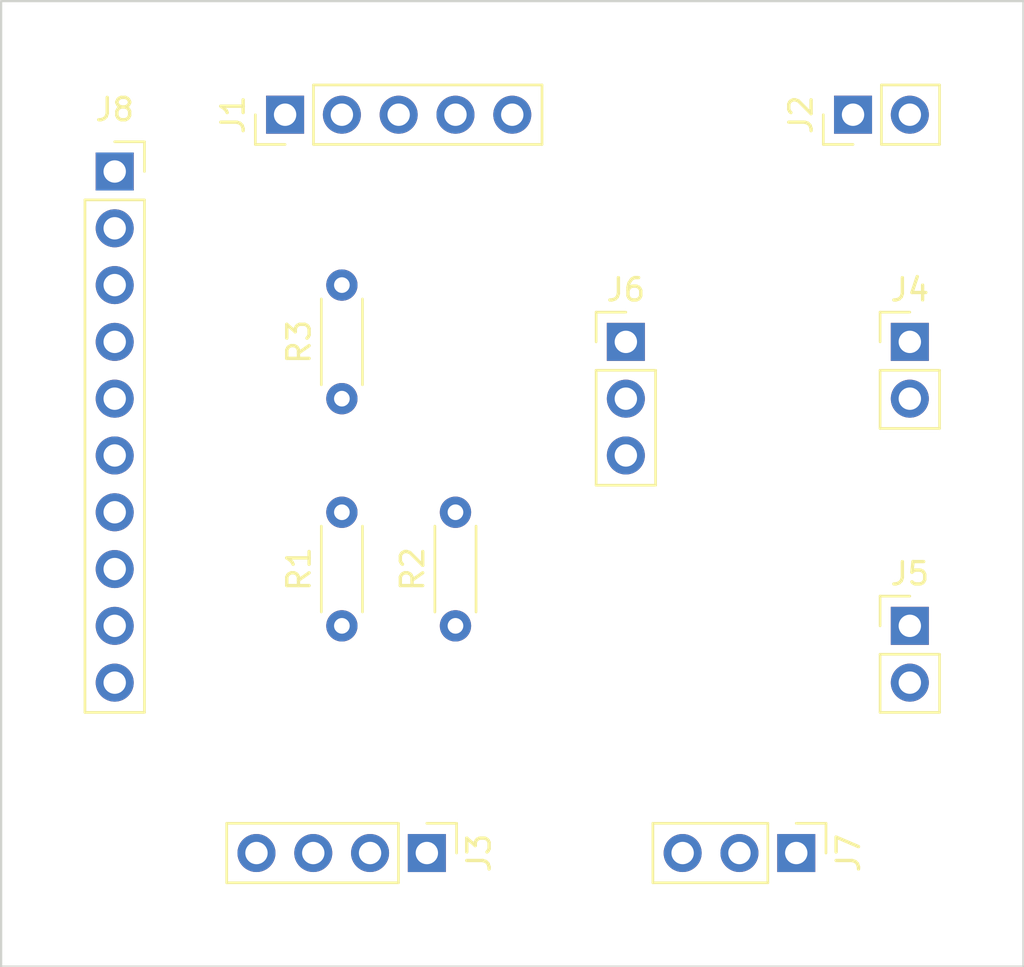
<source format=kicad_pcb>
(kicad_pcb (version 20211014) (generator pcbnew)
  (layers (0 "F.Cu" signal) (31 "B.Cu" signal) (34 "B.Paste" user) (35 "F.Paste" user) (36 "B.SilkS" user "B.Silkscreen") (37 "F.SilkS" user "F.Silkscreen") (38 "B.Mask" user) (39 "F.Mask" user) (44 "Edge.Cuts" user))
  (net 0 "")
  (net 1 "+5V")
  (net 2 "REL1")
  (net 3 "REL2")
  (net 4 "REL3")
  (net 5 "GND")
  (net 6 "SDA")
  (net 7 "SCL")
  (net 8 "SSHI")
  (net 9 "SSLO")
  (net 10 "SLDR")
  (net 11 "DQ")
  (footprint "Connector_PinHeader_2.54mm:PinHeader_1x03_P2.54mm_Vertical" (layer "F.Cu") (at 142.24 109.22 -90)
    (fp_text reference "J7" (at 0 -2.33 90) (layer "F.SilkS"))
    (fp_text value "termo_in")
    (fp_line (start 1.33 1.27) (end 1.33 6.41) (layer "F.SilkS") (width 0.12))
    (fp_line (start -1.33 1.27) (end 1.33 1.27) (layer "F.SilkS") (width 0.12))
    (fp_line (start -1.33 -1.33) (end 0 -1.33) (layer "F.SilkS") (width 0.12))
    (fp_line (start -1.33 0) (end -1.33 -1.33) (layer "F.SilkS") (width 0.12))
    (fp_line (start -1.33 1.27) (end -1.33 6.41) (layer "F.SilkS") (width 0.12))
    (fp_line (start -1.33 6.41) (end 1.33 6.41) (layer "F.SilkS") (width 0.12))
    (pad "1" thru_hole rect (at 0 0 270) (size 1.7 1.7) (drill 1) (layers *.Cu *.Mask) (net 1 "+5V"))
    (pad "2" thru_hole oval (at 0 2.54 270) (size 1.7 1.7) (drill 1) (layers *.Cu *.Mask) (net 11 "DQ"))
    (pad "3" thru_hole oval (at 0 5.08 270) (size 1.7 1.7) (drill 1) (layers *.Cu *.Mask) (net 5 "GND"))
  )
  (footprint "Connector_PinHeader_2.54mm:PinHeader_1x05_P2.54mm_Vertical" (layer "F.Cu") (at 119.38 76.2 90)
    (fp_text reference "J1" (at 0 -2.33 90) (layer "F.SilkS"))
    (fp_text value "salida_relay")
    (fp_line (start -1.33 1.27) (end -1.33 11.49) (layer "F.SilkS") (width 0.12))
    (fp_line (start -1.33 0) (end -1.33 -1.33) (layer "F.SilkS") (width 0.12))
    (fp_line (start 1.33 1.27) (end 1.33 11.49) (layer "F.SilkS") (width 0.12))
    (fp_line (start -1.33 1.27) (end 1.33 1.27) (layer "F.SilkS") (width 0.12))
    (fp_line (start -1.33 -1.33) (end 0 -1.33) (layer "F.SilkS") (width 0.12))
    (fp_line (start -1.33 11.49) (end 1.33 11.49) (layer "F.SilkS") (width 0.12))
    (pad "1" thru_hole rect (at 0 0 90) (size 1.7 1.7) (drill 1) (layers *.Cu *.Mask) (net 1 "+5V"))
    (pad "2" thru_hole oval (at 0 2.54 90) (size 1.7 1.7) (drill 1) (layers *.Cu *.Mask) (net 2 "REL1"))
    (pad "3" thru_hole oval (at 0 5.08 90) (size 1.7 1.7) (drill 1) (layers *.Cu *.Mask) (net 3 "REL2"))
    (pad "4" thru_hole oval (at 0 7.62 90) (size 1.7 1.7) (drill 1) (layers *.Cu *.Mask) (net 4 "REL3"))
    (pad "5" thru_hole oval (at 0 10.16 90) (size 1.7 1.7) (drill 1) (layers *.Cu *.Mask) (net 5 "GND"))
  )
  (footprint "Connector_PinHeader_2.54mm:PinHeader_1x03_P2.54mm_Vertical" (layer "F.Cu") (at 134.62 86.36)
    (fp_text reference "J6" (at 0 -2.33) (layer "F.SilkS"))
    (fp_text value "photo_ldr")
    (fp_line (start -1.33 1.27) (end 1.33 1.27) (layer "F.SilkS") (width 0.12))
    (fp_line (start -1.33 0) (end -1.33 -1.33) (layer "F.SilkS") (width 0.12))
    (fp_line (start 1.33 1.27) (end 1.33 6.41) (layer "F.SilkS") (width 0.12))
    (fp_line (start -1.33 -1.33) (end 0 -1.33) (layer "F.SilkS") (width 0.12))
    (fp_line (start -1.33 1.27) (end -1.33 6.41) (layer "F.SilkS") (width 0.12))
    (fp_line (start -1.33 6.41) (end 1.33 6.41) (layer "F.SilkS") (width 0.12))
    (pad "1" thru_hole rect (at 0 0) (size 1.7 1.7) (drill 1) (layers *.Cu *.Mask) (net 1 "+5V"))
    (pad "2" thru_hole oval (at 0 2.54) (size 1.7 1.7) (drill 1) (layers *.Cu *.Mask) (net 5 "GND"))
    (pad "3" thru_hole oval (at 0 5.08) (size 1.7 1.7) (drill 1) (layers *.Cu *.Mask) (net 10 "SLDR"))
  )
  (footprint "Connector_PinSocket_2.54mm:PinSocket_1x10_P2.54mm_Vertical" (layer "F.Cu") (at 111.76 78.74)
    (fp_text reference "J8" (at 0 -2.77) (layer "F.SilkS"))
    (fp_text value "arduino")
    (fp_line (start -1.33 24.19) (end 1.33 24.19) (layer "F.SilkS") (width 0.12))
    (fp_line (start -1.33 1.27) (end 1.33 1.27) (layer "F.SilkS") (width 0.12))
    (fp_line (start -1.33 1.27) (end -1.33 24.19) (layer "F.SilkS") (width 0.12))
    (fp_line (start 1.33 -1.33) (end 1.33 0) (layer "F.SilkS") (width 0.12))
    (fp_line (start 0 -1.33) (end 1.33 -1.33) (layer "F.SilkS") (width 0.12))
    (fp_line (start 1.33 1.27) (end 1.33 24.19) (layer "F.SilkS") (width 0.12))
    (pad "1" thru_hole rect (at 0 0) (size 1.7 1.7) (drill 1) (layers *.Cu *.Mask) (net 6 "SDA"))
    (pad "2" thru_hole oval (at 0 2.54) (size 1.7 1.7) (drill 1) (layers *.Cu *.Mask) (net 7 "SCL"))
    (pad "3" thru_hole oval (at 0 5.08) (size 1.7 1.7) (drill 1) (layers *.Cu *.Mask) (net 2 "REL1"))
    (pad "4" thru_hole oval (at 0 7.62) (size 1.7 1.7) (drill 1) (layers *.Cu *.Mask) (net 3 "REL2"))
    (pad "5" thru_hole oval (at 0 10.16) (size 1.7 1.7) (drill 1) (layers *.Cu *.Mask) (net 4 "REL3"))
    (pad "6" thru_hole oval (at 0 12.7) (size 1.7 1.7) (drill 1) (layers *.Cu *.Mask) (net 11 "DQ"))
    (pad "7" thru_hole oval (at 0 15.24) (size 1.7 1.7) (drill 1) (layers *.Cu *.Mask) (net 8 "SSHI"))
    (pad "8" thru_hole oval (at 0 17.78) (size 1.7 1.7) (drill 1) (layers *.Cu *.Mask) (net 9 "SSLO"))
    (pad "9" thru_hole oval (at 0 20.32) (size 1.7 1.7) (drill 1) (layers *.Cu *.Mask) (net 10 "SLDR"))
    (pad "10" thru_hole oval (at 0 22.86) (size 1.7 1.7) (drill 1) (layers *.Cu *.Mask))
  )
  (footprint "Connector_PinHeader_2.54mm:PinHeader_1x02_P2.54mm_Vertical" (layer "F.Cu") (at 147.32 86.36)
    (fp_text reference "J4" (at 0 -2.33) (layer "F.SilkS"))
    (fp_text value "lvl_sensor_hi")
    (fp_line (start -1.33 3.87) (end 1.33 3.87) (layer "F.SilkS") (width 0.12))
    (fp_line (start -1.33 -1.33) (end 0 -1.33) (layer "F.SilkS") (width 0.12))
    (fp_line (start -1.33 0) (end -1.33 -1.33) (layer "F.SilkS") (width 0.12))
    (fp_line (start -1.33 1.27) (end 1.33 1.27) (layer "F.SilkS") (width 0.12))
    (fp_line (start 1.33 1.27) (end 1.33 3.87) (layer "F.SilkS") (width 0.12))
    (fp_line (start -1.33 1.27) (end -1.33 3.87) (layer "F.SilkS") (width 0.12))
    (pad "1" thru_hole rect (at 0 0) (size 1.7 1.7) (drill 1) (layers *.Cu *.Mask) (net 1 "+5V"))
    (pad "2" thru_hole oval (at 0 2.54) (size 1.7 1.7) (drill 1) (layers *.Cu *.Mask) (net 8 "SSHI"))
  )
  (footprint "Resistor_THT:R_Axial_DIN0204_L3.6mm_D1.6mm_P5.08mm_Horizontal" (layer "F.Cu") (at 127 99.06 90)
    (fp_text reference "R2" (at 2.54 -1.92 90) (layer "F.SilkS"))
    (fp_text value "10k")
    (fp_line (start 0.62 -0.92) (end 4.46 -0.92) (layer "F.SilkS") (width 0.12))
    (fp_line (start 0.62 0.92) (end 4.46 0.92) (layer "F.SilkS") (width 0.12))
    (pad "1" thru_hole circle (at 0 0 90) (size 1.4 1.4) (drill 0.7) (layers *.Cu *.Mask) (net 9 "SSLO"))
    (pad "2" thru_hole oval (at 5.08 0 90) (size 1.4 1.4) (drill 0.7) (layers *.Cu *.Mask) (net 5 "GND"))
  )
  (footprint "Connector_PinHeader_2.54mm:PinHeader_1x02_P2.54mm_Vertical" (layer "F.Cu") (at 147.32 99.06)
    (fp_text reference "J5" (at 0 -2.33) (layer "F.SilkS"))
    (fp_text value "lvl_sensor_lo")
    (fp_line (start -1.33 0) (end -1.33 -1.33) (layer "F.SilkS") (width 0.12))
    (fp_line (start 1.33 1.27) (end 1.33 3.87) (layer "F.SilkS") (width 0.12))
    (fp_line (start -1.33 1.27) (end 1.33 1.27) (layer "F.SilkS") (width 0.12))
    (fp_line (start -1.33 1.27) (end -1.33 3.87) (layer "F.SilkS") (width 0.12))
    (fp_line (start -1.33 3.87) (end 1.33 3.87) (layer "F.SilkS") (width 0.12))
    (fp_line (start -1.33 -1.33) (end 0 -1.33) (layer "F.SilkS") (width 0.12))
    (pad "1" thru_hole rect (at 0 0) (size 1.7 1.7) (drill 1) (layers *.Cu *.Mask) (net 1 "+5V"))
    (pad "2" thru_hole oval (at 0 2.54) (size 1.7 1.7) (drill 1) (layers *.Cu *.Mask) (net 9 "SSLO"))
  )
  (footprint "Connector_PinHeader_2.54mm:PinHeader_1x02_P2.54mm_Vertical" (layer "F.Cu") (at 144.78 76.2 90)
    (fp_text reference "J2" (at 0 -2.33 90) (layer "F.SilkS"))
    (fp_text value "alimentacion")
    (fp_line (start 1.33 1.27) (end 1.33 3.87) (layer "F.SilkS") (width 0.12))
    (fp_line (start -1.33 -1.33) (end 0 -1.33) (layer "F.SilkS") (width 0.12))
    (fp_line (start -1.33 0) (end -1.33 -1.33) (layer "F.SilkS") (width 0.12))
    (fp_line (start -1.33 3.87) (end 1.33 3.87) (layer "F.SilkS") (width 0.12))
    (fp_line (start -1.33 1.27) (end -1.33 3.87) (layer "F.SilkS") (width 0.12))
    (fp_line (start -1.33 1.27) (end 1.33 1.27) (layer "F.SilkS") (width 0.12))
    (pad "1" thru_hole rect (at 0 0 90) (size 1.7 1.7) (drill 1) (layers *.Cu *.Mask) (net 1 "+5V"))
    (pad "2" thru_hole oval (at 0 2.54 90) (size 1.7 1.7) (drill 1) (layers *.Cu *.Mask) (net 5 "GND"))
  )
  (footprint "Resistor_THT:R_Axial_DIN0204_L3.6mm_D1.6mm_P5.08mm_Horizontal" (layer "F.Cu") (at 121.92 99.06 90)
    (fp_text reference "R1" (at 2.54 -1.92 90) (layer "F.SilkS"))
    (fp_text value "10k")
    (fp_line (start 0.62 0.92) (end 4.46 0.92) (layer "F.SilkS") (width 0.12))
    (fp_line (start 0.62 -0.92) (end 4.46 -0.92) (layer "F.SilkS") (width 0.12))
    (pad "1" thru_hole circle (at 0 0 90) (size 1.4 1.4) (drill 0.7) (layers *.Cu *.Mask) (net 8 "SSHI"))
    (pad "2" thru_hole oval (at 5.08 0 90) (size 1.4 1.4) (drill 0.7) (layers *.Cu *.Mask) (net 5 "GND"))
  )
  (footprint "Resistor_THT:R_Axial_DIN0204_L3.6mm_D1.6mm_P5.08mm_Horizontal" (layer "F.Cu") (at 121.92 88.9 90)
    (fp_text reference "R3" (at 2.54 -1.92 90) (layer "F.SilkS"))
    (fp_text value "4.7k")
    (fp_line (start 0.62 0.92) (end 4.46 0.92) (layer "F.SilkS") (width 0.12))
    (fp_line (start 0.62 -0.92) (end 4.46 -0.92) (layer "F.SilkS") (width 0.12))
    (pad "1" thru_hole circle (at 0 0 90) (size 1.4 1.4) (drill 0.7) (layers *.Cu *.Mask) (net 1 "+5V"))
    (pad "2" thru_hole oval (at 5.08 0 90) (size 1.4 1.4) (drill 0.7) (layers *.Cu *.Mask) (net 11 "DQ"))
  )
  (footprint "Connector_PinHeader_2.54mm:PinHeader_1x04_P2.54mm_Vertical" (layer "F.Cu") (at 125.72 109.22 -90)
    (fp_text reference "J3" (at 0 -2.33 90) (layer "F.SilkS"))
    (fp_text value "display")
    (fp_line (start -1.33 1.27) (end -1.33 8.95) (layer "F.SilkS") (width 0.12))
    (fp_line (start 1.33 1.27) (end 1.33 8.95) (layer "F.SilkS") (width 0.12))
    (fp_line (start -1.33 1.27) (end 1.33 1.27) (layer "F.SilkS") (width 0.12))
    (fp_line (start -1.33 0) (end -1.33 -1.33) (layer "F.SilkS") (width 0.12))
    (fp_line (start -1.33 8.95) (end 1.33 8.95) (layer "F.SilkS") (width 0.12))
    (fp_line (start -1.33 -1.33) (end 0 -1.33) (layer "F.SilkS") (width 0.12))
    (pad "1" thru_hole rect (at 0 0 270) (size 1.7 1.7) (drill 1) (layers *.Cu *.Mask) (net 1 "+5V"))
    (pad "2" thru_hole oval (at 0 2.54 270) (size 1.7 1.7) (drill 1) (layers *.Cu *.Mask) (net 6 "SDA"))
    (pad "3" thru_hole oval (at 0 5.08 270) (size 1.7 1.7) (drill 1) (layers *.Cu *.Mask) (net 7 "SCL"))
    (pad "4" thru_hole oval (at 0 7.62 270) (size 1.7 1.7) (drill 1) (layers *.Cu *.Mask) (net 5 "GND"))
  )
  (gr_rect (start 106.68 71.12) (end 152.4 114.3) (layer "Edge.Cuts") (width 0.1) (fill none))
)
</source>
